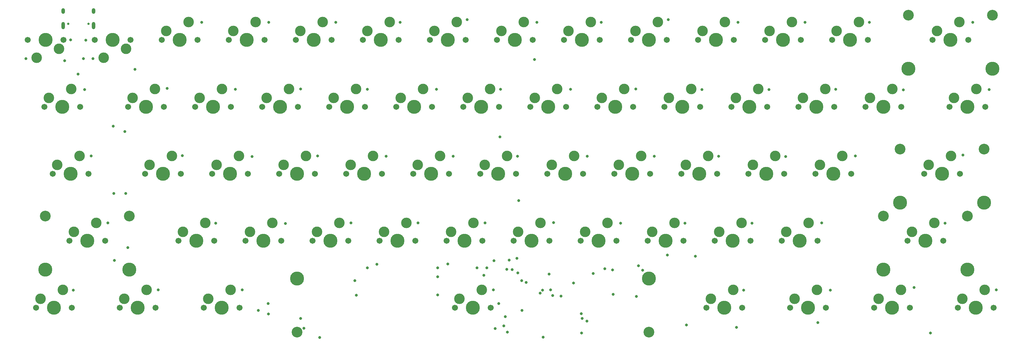
<source format=gbr>
G04 #@! TF.GenerationSoftware,KiCad,Pcbnew,8.0.7*
G04 #@! TF.CreationDate,2024-12-18T16:58:47-05:00*
G04 #@! TF.ProjectId,PCB-Sch,5043422d-5363-4682-9e6b-696361645f70,rev?*
G04 #@! TF.SameCoordinates,Original*
G04 #@! TF.FileFunction,Soldermask,Top*
G04 #@! TF.FilePolarity,Negative*
%FSLAX46Y46*%
G04 Gerber Fmt 4.6, Leading zero omitted, Abs format (unit mm)*
G04 Created by KiCad (PCBNEW 8.0.7) date 2024-12-18 16:58:47*
%MOMM*%
%LPD*%
G01*
G04 APERTURE LIST*
%ADD10C,1.701800*%
%ADD11C,3.000000*%
%ADD12C,3.987800*%
%ADD13C,3.048000*%
%ADD14O,1.000000X1.600000*%
%ADD15O,1.000000X2.100000*%
%ADD16C,0.650000*%
%ADD17C,0.800000*%
G04 APERTURE END LIST*
D10*
X199607500Y-149383750D03*
D11*
X197067500Y-144303750D03*
D12*
X194527500Y-149383750D03*
D11*
X190717500Y-146843750D03*
D10*
X189447500Y-149383750D03*
D13*
X244527500Y-156368750D03*
X144527500Y-156368750D03*
D12*
X244527500Y-141128750D03*
X144527500Y-141128750D03*
D10*
X90011250Y-130333750D03*
D11*
X87471250Y-125253750D03*
D12*
X84931250Y-130333750D03*
D11*
X81121250Y-127793750D03*
D10*
X79851250Y-130333750D03*
D13*
X96869250Y-123348750D03*
X72993250Y-123348750D03*
D12*
X96869250Y-138588750D03*
X72993250Y-138588750D03*
D10*
X332322500Y-149383750D03*
D11*
X333592500Y-146843750D03*
D12*
X337402500Y-149383750D03*
D11*
X339942500Y-144303750D03*
D10*
X342482500Y-149383750D03*
X308510000Y-149383750D03*
D11*
X309780000Y-146843750D03*
D12*
X313590000Y-149383750D03*
D11*
X316130000Y-144303750D03*
D10*
X318670000Y-149383750D03*
X284697500Y-149383750D03*
D11*
X285967500Y-146843750D03*
D12*
X289777500Y-149383750D03*
D11*
X292317500Y-144303750D03*
D10*
X294857500Y-149383750D03*
X260885000Y-149383750D03*
D11*
X262155000Y-146843750D03*
D12*
X265965000Y-149383750D03*
D11*
X268505000Y-144303750D03*
D10*
X271045000Y-149383750D03*
X118010000Y-149383750D03*
D11*
X119280000Y-146843750D03*
D12*
X123090000Y-149383750D03*
D11*
X125630000Y-144303750D03*
D10*
X128170000Y-149383750D03*
X94197500Y-149383750D03*
D11*
X95467500Y-146843750D03*
D12*
X99277500Y-149383750D03*
D11*
X101817500Y-144303750D03*
D10*
X104357500Y-149383750D03*
X70385000Y-149383750D03*
D11*
X71655000Y-146843750D03*
D12*
X75465000Y-149383750D03*
D11*
X78005000Y-144303750D03*
D10*
X80545000Y-149383750D03*
D12*
X311177000Y-138588750D03*
X335053000Y-138588750D03*
D13*
X311177000Y-123348750D03*
X335053000Y-123348750D03*
D10*
X318035000Y-130333750D03*
D11*
X319305000Y-127793750D03*
D12*
X323115000Y-130333750D03*
D11*
X325655000Y-125253750D03*
D10*
X328195000Y-130333750D03*
X282316250Y-130333750D03*
D11*
X283586250Y-127793750D03*
D12*
X287396250Y-130333750D03*
D11*
X289936250Y-125253750D03*
D10*
X292476250Y-130333750D03*
X263266250Y-130333750D03*
D11*
X264536250Y-127793750D03*
D12*
X268346250Y-130333750D03*
D11*
X270886250Y-125253750D03*
D10*
X273426250Y-130333750D03*
X244216250Y-130333750D03*
D11*
X245486250Y-127793750D03*
D12*
X249296250Y-130333750D03*
D11*
X251836250Y-125253750D03*
D10*
X254376250Y-130333750D03*
X225166250Y-130333750D03*
D11*
X226436250Y-127793750D03*
D12*
X230246250Y-130333750D03*
D11*
X232786250Y-125253750D03*
D10*
X235326250Y-130333750D03*
X206116250Y-130333750D03*
D11*
X207386250Y-127793750D03*
D12*
X211196250Y-130333750D03*
D11*
X213736250Y-125253750D03*
D10*
X216276250Y-130333750D03*
X187066250Y-130333750D03*
D11*
X188336250Y-127793750D03*
D12*
X192146250Y-130333750D03*
D11*
X194686250Y-125253750D03*
D10*
X197226250Y-130333750D03*
X168016250Y-130333750D03*
D11*
X169286250Y-127793750D03*
D12*
X173096250Y-130333750D03*
D11*
X175636250Y-125253750D03*
D10*
X178176250Y-130333750D03*
X148966250Y-130333750D03*
D11*
X150236250Y-127793750D03*
D12*
X154046250Y-130333750D03*
D11*
X156586250Y-125253750D03*
D10*
X159126250Y-130333750D03*
X129916250Y-130333750D03*
D11*
X131186250Y-127793750D03*
D12*
X134996250Y-130333750D03*
D11*
X137536250Y-125253750D03*
D10*
X140076250Y-130333750D03*
X110866250Y-130333750D03*
D11*
X112136250Y-127793750D03*
D12*
X115946250Y-130333750D03*
D11*
X118486250Y-125253750D03*
D10*
X121026250Y-130333750D03*
D12*
X315939500Y-119538750D03*
X339815500Y-119538750D03*
D13*
X315939500Y-104298750D03*
X339815500Y-104298750D03*
D10*
X322797500Y-111283750D03*
D11*
X324067500Y-108743750D03*
D12*
X327877500Y-111283750D03*
D11*
X330417500Y-106203750D03*
D10*
X332957500Y-111283750D03*
X291841250Y-111283750D03*
D11*
X293111250Y-108743750D03*
D12*
X296921250Y-111283750D03*
D11*
X299461250Y-106203750D03*
D10*
X302001250Y-111283750D03*
X272791250Y-111283750D03*
D11*
X274061250Y-108743750D03*
D12*
X277871250Y-111283750D03*
D11*
X280411250Y-106203750D03*
D10*
X282951250Y-111283750D03*
X253741250Y-111283750D03*
D11*
X255011250Y-108743750D03*
D12*
X258821250Y-111283750D03*
D11*
X261361250Y-106203750D03*
D10*
X263901250Y-111283750D03*
X234691250Y-111283750D03*
D11*
X235961250Y-108743750D03*
D12*
X239771250Y-111283750D03*
D11*
X242311250Y-106203750D03*
D10*
X244851250Y-111283750D03*
X215641250Y-111283750D03*
D11*
X216911250Y-108743750D03*
D12*
X220721250Y-111283750D03*
D11*
X223261250Y-106203750D03*
D10*
X225801250Y-111283750D03*
X196591250Y-111283750D03*
D11*
X197861250Y-108743750D03*
D12*
X201671250Y-111283750D03*
D11*
X204211250Y-106203750D03*
D10*
X206751250Y-111283750D03*
X177541250Y-111283750D03*
D11*
X178811250Y-108743750D03*
D12*
X182621250Y-111283750D03*
D11*
X185161250Y-106203750D03*
D10*
X187701250Y-111283750D03*
X158491250Y-111283750D03*
D11*
X159761250Y-108743750D03*
D12*
X163571250Y-111283750D03*
D11*
X166111250Y-106203750D03*
D10*
X168651250Y-111283750D03*
X139441250Y-111283750D03*
D11*
X140711250Y-108743750D03*
D12*
X144521250Y-111283750D03*
D11*
X147061250Y-106203750D03*
D10*
X149601250Y-111283750D03*
X120391250Y-111283750D03*
D11*
X121661250Y-108743750D03*
D12*
X125471250Y-111283750D03*
D11*
X128011250Y-106203750D03*
D10*
X130551250Y-111283750D03*
X101341250Y-111283750D03*
D11*
X102611250Y-108743750D03*
D12*
X106421250Y-111283750D03*
D11*
X108961250Y-106203750D03*
D10*
X111501250Y-111283750D03*
X75147500Y-111283750D03*
D11*
X76417500Y-108743750D03*
D12*
X80227500Y-111283750D03*
D11*
X82767500Y-106203750D03*
D10*
X85307500Y-111283750D03*
X329941250Y-92233750D03*
D11*
X331211250Y-89693750D03*
D12*
X335021250Y-92233750D03*
D11*
X337561250Y-87153750D03*
D10*
X340101250Y-92233750D03*
X306128750Y-92233750D03*
D11*
X307398750Y-89693750D03*
D12*
X311208750Y-92233750D03*
D11*
X313748750Y-87153750D03*
D10*
X316288750Y-92233750D03*
X287078750Y-92233750D03*
D11*
X288348750Y-89693750D03*
D12*
X292158750Y-92233750D03*
D11*
X294698750Y-87153750D03*
D10*
X297238750Y-92233750D03*
X268028750Y-92233750D03*
D11*
X269298750Y-89693750D03*
D12*
X273108750Y-92233750D03*
D11*
X275648750Y-87153750D03*
D10*
X278188750Y-92233750D03*
X248978750Y-92233750D03*
D11*
X250248750Y-89693750D03*
D12*
X254058750Y-92233750D03*
D11*
X256598750Y-87153750D03*
D10*
X259138750Y-92233750D03*
X229928750Y-92233750D03*
D11*
X231198750Y-89693750D03*
D12*
X235008750Y-92233750D03*
D11*
X237548750Y-87153750D03*
D10*
X240088750Y-92233750D03*
X210878750Y-92233750D03*
D11*
X212148750Y-89693750D03*
D12*
X215958750Y-92233750D03*
D11*
X218498750Y-87153750D03*
D10*
X221038750Y-92233750D03*
X191828750Y-92233750D03*
D11*
X193098750Y-89693750D03*
D12*
X196908750Y-92233750D03*
D11*
X199448750Y-87153750D03*
D10*
X201988750Y-92233750D03*
X172778750Y-92233750D03*
D11*
X174048750Y-89693750D03*
D12*
X177858750Y-92233750D03*
D11*
X180398750Y-87153750D03*
D10*
X182938750Y-92233750D03*
X153728750Y-92233750D03*
D11*
X154998750Y-89693750D03*
D12*
X158808750Y-92233750D03*
D11*
X161348750Y-87153750D03*
D10*
X163888750Y-92233750D03*
X134678750Y-92233750D03*
D11*
X135948750Y-89693750D03*
D12*
X139758750Y-92233750D03*
D11*
X142298750Y-87153750D03*
D10*
X144838750Y-92233750D03*
X115628750Y-92233750D03*
D11*
X116898750Y-89693750D03*
D12*
X120708750Y-92233750D03*
D11*
X123248750Y-87153750D03*
D10*
X125788750Y-92233750D03*
X96578750Y-92233750D03*
D11*
X97848750Y-89693750D03*
D12*
X101658750Y-92233750D03*
D11*
X104198750Y-87153750D03*
D10*
X106738750Y-92233750D03*
X72766250Y-92233750D03*
D11*
X74036250Y-89693750D03*
D12*
X77846250Y-92233750D03*
D11*
X80386250Y-87153750D03*
D10*
X82926250Y-92233750D03*
D12*
X318320750Y-81438750D03*
X342196750Y-81438750D03*
D13*
X318320750Y-66198750D03*
X342196750Y-66198750D03*
D10*
X325178750Y-73183750D03*
D11*
X326448750Y-70643750D03*
D12*
X330258750Y-73183750D03*
D11*
X332798750Y-68103750D03*
D10*
X335338750Y-73183750D03*
X296603750Y-73183750D03*
D11*
X297873750Y-70643750D03*
D12*
X301683750Y-73183750D03*
D11*
X304223750Y-68103750D03*
D10*
X306763750Y-73183750D03*
X277553750Y-73183750D03*
D11*
X278823750Y-70643750D03*
D12*
X282633750Y-73183750D03*
D11*
X285173750Y-68103750D03*
D10*
X287713750Y-73183750D03*
X268663750Y-73183750D03*
D11*
X266123750Y-68103750D03*
D12*
X263583750Y-73183750D03*
D11*
X259773750Y-70643750D03*
D10*
X258503750Y-73183750D03*
X239453750Y-73183750D03*
D11*
X240723750Y-70643750D03*
D12*
X244533750Y-73183750D03*
D11*
X247073750Y-68103750D03*
D10*
X249613750Y-73183750D03*
X220403750Y-73183750D03*
D11*
X221673750Y-70643750D03*
D12*
X225483750Y-73183750D03*
D11*
X228023750Y-68103750D03*
D10*
X230563750Y-73183750D03*
X201353750Y-73183750D03*
D11*
X202623750Y-70643750D03*
D12*
X206433750Y-73183750D03*
D11*
X208973750Y-68103750D03*
D10*
X211513750Y-73183750D03*
X182303750Y-73183750D03*
D11*
X183573750Y-70643750D03*
D12*
X187383750Y-73183750D03*
D11*
X189923750Y-68103750D03*
D10*
X192463750Y-73183750D03*
X163253750Y-73183750D03*
D11*
X164523750Y-70643750D03*
D12*
X168333750Y-73183750D03*
D11*
X170873750Y-68103750D03*
D10*
X173413750Y-73183750D03*
X144203750Y-73183750D03*
D11*
X145473750Y-70643750D03*
D12*
X149283750Y-73183750D03*
D11*
X151823750Y-68103750D03*
D10*
X154363750Y-73183750D03*
X125153750Y-73183750D03*
D11*
X126423750Y-70643750D03*
D12*
X130233750Y-73183750D03*
D11*
X132773750Y-68103750D03*
D10*
X135313750Y-73183750D03*
X78163750Y-73183750D03*
D11*
X76893750Y-75723750D03*
D12*
X73083750Y-73183750D03*
D11*
X70543750Y-78263750D03*
D10*
X68003750Y-73183750D03*
X106103750Y-73183750D03*
D11*
X107373750Y-70643750D03*
D12*
X111183750Y-73183750D03*
D11*
X113723750Y-68103750D03*
D10*
X116263750Y-73183750D03*
X97213750Y-73183750D03*
D11*
X95943750Y-75723750D03*
D12*
X92133750Y-73183750D03*
D11*
X89593750Y-78263750D03*
D10*
X87053750Y-73183750D03*
D14*
X86740000Y-65015000D03*
X78100000Y-65015000D03*
D15*
X86740000Y-69195000D03*
X78100000Y-69195000D03*
D16*
X79530000Y-68665000D03*
X85310000Y-68665000D03*
D17*
X255250000Y-154300000D03*
X217200000Y-145975000D03*
X257715000Y-134760000D03*
X249775000Y-134450000D03*
X240946250Y-146200000D03*
X234200000Y-138700000D03*
X241550000Y-137500000D03*
X228750000Y-139725000D03*
X242750000Y-138775000D03*
X234375000Y-145575000D03*
X219575000Y-146100000D03*
X341262500Y-87362500D03*
X333743750Y-105993750D03*
X328662500Y-125362500D03*
X316834375Y-87440625D03*
X297659375Y-87315625D03*
X303212500Y-106275000D03*
X293687500Y-125300000D03*
X283440625Y-106434375D03*
X278634375Y-87340625D03*
X259609375Y-87365625D03*
X264318750Y-106362500D03*
X246062500Y-106362500D03*
X240850750Y-87153750D03*
X232000000Y-138325000D03*
X236537500Y-125412500D03*
X227012500Y-106362500D03*
X222250000Y-87312500D03*
X202406250Y-87275000D03*
X207168750Y-106300000D03*
X217487500Y-125200000D03*
X200369500Y-144303750D03*
X188912500Y-106350000D03*
X184150000Y-87250000D03*
X169862500Y-106362500D03*
X164525000Y-87275000D03*
X145600750Y-87153750D03*
X150363250Y-106203750D03*
X141275000Y-125425000D03*
X131800000Y-106400000D03*
X127000000Y-87312500D03*
X121443750Y-125412500D03*
X111918750Y-106200000D03*
X107668750Y-87031250D03*
X90773250Y-125253750D03*
X86069500Y-106203750D03*
X84152150Y-87327150D03*
X211990000Y-78802500D03*
X213650000Y-145250000D03*
X254793750Y-125412500D03*
X225300000Y-151125000D03*
X225575000Y-152500000D03*
X273843750Y-125412500D03*
X271462500Y-144462500D03*
X226950000Y-153225000D03*
X296068750Y-144462500D03*
X292575000Y-153700000D03*
X319881250Y-143668750D03*
X324525000Y-156625000D03*
X343244500Y-144303750D03*
X80962500Y-144462500D03*
X136400000Y-151225000D03*
X136375000Y-148225000D03*
X214525000Y-157775000D03*
X105119500Y-144303750D03*
X145575000Y-152475000D03*
X150950000Y-157850000D03*
X146500000Y-155250000D03*
X128932000Y-144303750D03*
X133550000Y-150175000D03*
X200877500Y-155382500D03*
X269450000Y-155050000D03*
X159888250Y-125253750D03*
X167225000Y-137075000D03*
X161000000Y-141700000D03*
X164550000Y-138074999D03*
X161387500Y-145862500D03*
X204300000Y-156400000D03*
X178938250Y-125253750D03*
X187400000Y-137000000D03*
X184500000Y-138074999D03*
X184525000Y-145800000D03*
X184525000Y-140625000D03*
X203350000Y-154625000D03*
X207550000Y-118975000D03*
X207000000Y-135400000D03*
X195675000Y-138074999D03*
X204175000Y-138525000D03*
X198525001Y-138049999D03*
X202225000Y-100800000D03*
X204850000Y-135900000D03*
X197988250Y-125253750D03*
X200525000Y-136050000D03*
X197675000Y-140225000D03*
X201900000Y-148200000D03*
X208450000Y-150175000D03*
X98525000Y-81625000D03*
X78550000Y-79125000D03*
X95600000Y-99300000D03*
X92325000Y-97750000D03*
X95875000Y-116950000D03*
X92525000Y-116900000D03*
X92650000Y-135975000D03*
X96500000Y-132300000D03*
X83825000Y-78550000D03*
X207250000Y-139525000D03*
X208356682Y-141728156D03*
X216150000Y-139850000D03*
X223100000Y-142375000D03*
X209625000Y-142225000D03*
X205675000Y-138600000D03*
X82300000Y-82975000D03*
X225375000Y-156600000D03*
X203725000Y-151950000D03*
X336550000Y-68262500D03*
X307181250Y-68262500D03*
X288925000Y-68262500D03*
X269875000Y-68262500D03*
X250031250Y-67468750D03*
X230981250Y-68262500D03*
X212725000Y-68262500D03*
X192881250Y-67468750D03*
X173831250Y-68262500D03*
X155575000Y-68262500D03*
X136525000Y-68262500D03*
X117475000Y-68262500D03*
X86518750Y-78581250D03*
X67468750Y-78581250D03*
X214281675Y-144425000D03*
X216625000Y-144375000D03*
X84520000Y-73270000D03*
X80227500Y-73262500D03*
M02*

</source>
